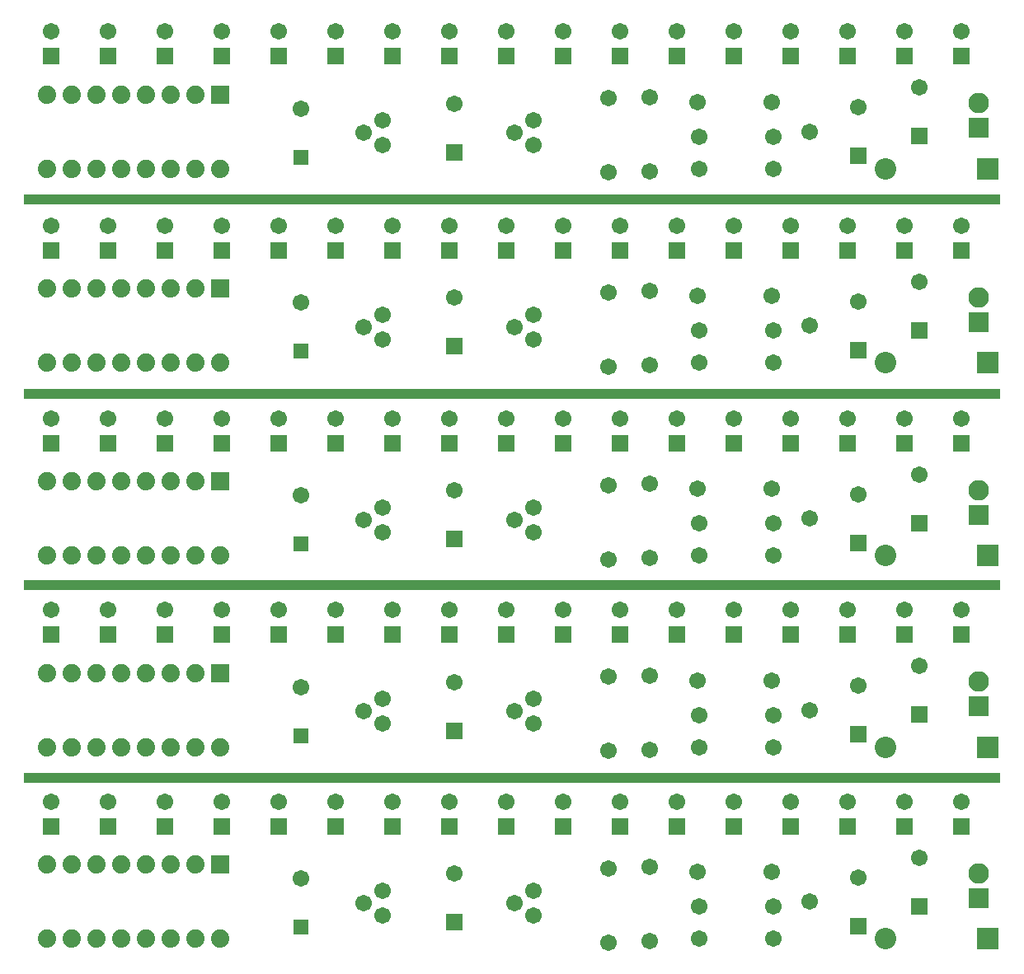
<source format=gbs>
G04 Layer_Color=16711935*
%FSLAX25Y25*%
%MOIN*%
G70*
G01*
G75*
%ADD33R,3.94501X0.03950*%
%ADD34C,0.06706*%
%ADD35R,0.06737X0.06737*%
%ADD36C,0.06737*%
%ADD37R,0.06115X0.06115*%
%ADD38R,0.06706X0.06706*%
%ADD39R,0.08674X0.08674*%
%ADD40C,0.08674*%
%ADD41R,0.07887X0.07887*%
%ADD42C,0.08280*%
%ADD43R,0.07400X0.07400*%
%ADD44C,0.07400*%
D33*
X200500Y312000D02*
D03*
Y233500D02*
D03*
Y156000D02*
D03*
Y78000D02*
D03*
D34*
X209000Y32500D02*
D03*
X201500Y27500D02*
D03*
X209000Y22500D02*
D03*
X148000Y32500D02*
D03*
X140500Y27500D02*
D03*
X148000Y22500D02*
D03*
X115000Y37343D02*
D03*
X177000Y39343D02*
D03*
X256000Y42000D02*
D03*
Y12000D02*
D03*
X239500Y11500D02*
D03*
Y41500D02*
D03*
X276000Y26000D02*
D03*
X306000D02*
D03*
Y13000D02*
D03*
X276000D02*
D03*
X365000Y45843D02*
D03*
X305500Y40000D02*
D03*
X275500D02*
D03*
X382000Y68500D02*
D03*
X359000D02*
D03*
X336000D02*
D03*
X313000D02*
D03*
X290000D02*
D03*
X267000D02*
D03*
X244000D02*
D03*
X221000D02*
D03*
X198000D02*
D03*
X175000D02*
D03*
X152000D02*
D03*
X129000D02*
D03*
X106000D02*
D03*
X83000D02*
D03*
X60000D02*
D03*
X37000D02*
D03*
X14000D02*
D03*
X306000Y168000D02*
D03*
X276000D02*
D03*
X14000Y223500D02*
D03*
X177000Y194343D02*
D03*
X115000Y192343D02*
D03*
X37000Y223500D02*
D03*
X60000D02*
D03*
X83000D02*
D03*
X106000D02*
D03*
X129000D02*
D03*
X152000D02*
D03*
X175000D02*
D03*
X198000D02*
D03*
X221000D02*
D03*
X244000D02*
D03*
X267000D02*
D03*
X290000D02*
D03*
X313000D02*
D03*
X336000D02*
D03*
X359000D02*
D03*
X276000Y181000D02*
D03*
X306000D02*
D03*
X382000Y223500D02*
D03*
X305500Y195000D02*
D03*
X275500D02*
D03*
X256000Y197000D02*
D03*
Y167000D02*
D03*
X239500Y166500D02*
D03*
Y196500D02*
D03*
X365000Y200843D02*
D03*
X148000Y187500D02*
D03*
X140500Y182500D02*
D03*
X148000Y177500D02*
D03*
X209000Y187500D02*
D03*
X201500Y182500D02*
D03*
X209000Y177500D02*
D03*
X306000Y90500D02*
D03*
X276000D02*
D03*
X14000Y146000D02*
D03*
X177000Y116843D02*
D03*
X115000Y114843D02*
D03*
X37000Y146000D02*
D03*
X60000D02*
D03*
X83000D02*
D03*
X106000D02*
D03*
X129000D02*
D03*
X152000D02*
D03*
X175000D02*
D03*
X198000D02*
D03*
X221000D02*
D03*
X244000D02*
D03*
X267000D02*
D03*
X290000D02*
D03*
X313000D02*
D03*
X336000D02*
D03*
X359000D02*
D03*
X276000Y103500D02*
D03*
X306000D02*
D03*
X382000Y146000D02*
D03*
X305500Y117500D02*
D03*
X275500D02*
D03*
X256000Y119500D02*
D03*
Y89500D02*
D03*
X239500Y89000D02*
D03*
Y119000D02*
D03*
X365000Y123343D02*
D03*
X148000Y110000D02*
D03*
X140500Y105000D02*
D03*
X148000Y100000D02*
D03*
X209000Y110000D02*
D03*
X201500Y105000D02*
D03*
X209000Y100000D02*
D03*
X306000Y246000D02*
D03*
X276000D02*
D03*
X14000Y301500D02*
D03*
X177000Y272343D02*
D03*
X115000Y270343D02*
D03*
X37000Y301500D02*
D03*
X60000D02*
D03*
X83000D02*
D03*
X106000D02*
D03*
X129000D02*
D03*
X152000D02*
D03*
X175000D02*
D03*
X198000D02*
D03*
X221000D02*
D03*
X244000D02*
D03*
X267000D02*
D03*
X290000D02*
D03*
X313000D02*
D03*
X336000D02*
D03*
X359000D02*
D03*
X276000Y259000D02*
D03*
X306000D02*
D03*
X382000Y301500D02*
D03*
X305500Y273000D02*
D03*
X275500D02*
D03*
X256000Y275000D02*
D03*
Y245000D02*
D03*
X239500Y244500D02*
D03*
Y274500D02*
D03*
X365000Y278843D02*
D03*
X148000Y265500D02*
D03*
X140500Y260500D02*
D03*
X148000Y255500D02*
D03*
X209000Y265500D02*
D03*
X201500Y260500D02*
D03*
X209000Y255500D02*
D03*
X306000Y324500D02*
D03*
X276000D02*
D03*
X14000Y380000D02*
D03*
X177000Y350843D02*
D03*
X115000Y348843D02*
D03*
X37000Y380000D02*
D03*
X60000D02*
D03*
X83000D02*
D03*
X106000D02*
D03*
X129000D02*
D03*
X152000D02*
D03*
X175000D02*
D03*
X198000D02*
D03*
X221000D02*
D03*
X244000D02*
D03*
X267000D02*
D03*
X290000D02*
D03*
X313000D02*
D03*
X336000D02*
D03*
X359000D02*
D03*
X276000Y337500D02*
D03*
X306000D02*
D03*
X382000Y380000D02*
D03*
X305500Y351500D02*
D03*
X275500D02*
D03*
X256000Y353500D02*
D03*
Y323500D02*
D03*
X239500Y323000D02*
D03*
Y353000D02*
D03*
X365000Y357343D02*
D03*
X148000Y344000D02*
D03*
X140500Y339000D02*
D03*
X148000Y334000D02*
D03*
X209000Y344000D02*
D03*
X201500Y339000D02*
D03*
X209000Y334000D02*
D03*
D35*
X340343Y18157D02*
D03*
Y173157D02*
D03*
Y95657D02*
D03*
Y251157D02*
D03*
Y329657D02*
D03*
D36*
X320657Y28000D02*
D03*
X340343Y37843D02*
D03*
X320657Y183000D02*
D03*
X340343Y192843D02*
D03*
X320657Y105500D02*
D03*
X340343Y115343D02*
D03*
X320657Y261000D02*
D03*
X340343Y270843D02*
D03*
X320657Y339500D02*
D03*
X340343Y349343D02*
D03*
D37*
X115000Y17657D02*
D03*
Y172657D02*
D03*
Y95157D02*
D03*
Y250657D02*
D03*
Y329157D02*
D03*
D38*
X177000Y19657D02*
D03*
X365000Y26157D02*
D03*
X382000Y58500D02*
D03*
X359000D02*
D03*
X336000D02*
D03*
X313000D02*
D03*
X290000D02*
D03*
X267000D02*
D03*
X244000D02*
D03*
X221000D02*
D03*
X198000D02*
D03*
X175000D02*
D03*
X152000D02*
D03*
X129000D02*
D03*
X106000D02*
D03*
X83000D02*
D03*
X60000D02*
D03*
X37000D02*
D03*
X14000D02*
D03*
Y213500D02*
D03*
X177000Y174657D02*
D03*
X37000Y213500D02*
D03*
X60000D02*
D03*
X83000D02*
D03*
X106000D02*
D03*
X129000D02*
D03*
X152000D02*
D03*
X175000D02*
D03*
X198000D02*
D03*
X221000D02*
D03*
X244000D02*
D03*
X267000D02*
D03*
X290000D02*
D03*
X313000D02*
D03*
X336000D02*
D03*
X359000D02*
D03*
X382000D02*
D03*
X365000Y181157D02*
D03*
X14000Y136000D02*
D03*
X177000Y97157D02*
D03*
X37000Y136000D02*
D03*
X60000D02*
D03*
X83000D02*
D03*
X106000D02*
D03*
X129000D02*
D03*
X152000D02*
D03*
X175000D02*
D03*
X198000D02*
D03*
X221000D02*
D03*
X244000D02*
D03*
X267000D02*
D03*
X290000D02*
D03*
X313000D02*
D03*
X336000D02*
D03*
X359000D02*
D03*
X382000D02*
D03*
X365000Y103657D02*
D03*
X14000Y291500D02*
D03*
X177000Y252657D02*
D03*
X37000Y291500D02*
D03*
X60000D02*
D03*
X83000D02*
D03*
X106000D02*
D03*
X129000D02*
D03*
X152000D02*
D03*
X175000D02*
D03*
X198000D02*
D03*
X221000D02*
D03*
X244000D02*
D03*
X267000D02*
D03*
X290000D02*
D03*
X313000D02*
D03*
X336000D02*
D03*
X359000D02*
D03*
X382000D02*
D03*
X365000Y259157D02*
D03*
X14000Y370000D02*
D03*
X177000Y331157D02*
D03*
X37000Y370000D02*
D03*
X60000D02*
D03*
X83000D02*
D03*
X106000D02*
D03*
X129000D02*
D03*
X152000D02*
D03*
X175000D02*
D03*
X198000D02*
D03*
X221000D02*
D03*
X244000D02*
D03*
X267000D02*
D03*
X290000D02*
D03*
X313000D02*
D03*
X336000D02*
D03*
X359000D02*
D03*
X382000D02*
D03*
X365000Y337657D02*
D03*
D39*
X392591Y13000D02*
D03*
Y168000D02*
D03*
Y90500D02*
D03*
Y246000D02*
D03*
Y324500D02*
D03*
D40*
X351409Y13000D02*
D03*
Y168000D02*
D03*
Y90500D02*
D03*
Y246000D02*
D03*
Y324500D02*
D03*
D41*
X389000Y29500D02*
D03*
Y184500D02*
D03*
Y107000D02*
D03*
Y262500D02*
D03*
Y341000D02*
D03*
D42*
Y39500D02*
D03*
Y194500D02*
D03*
Y117000D02*
D03*
Y272500D02*
D03*
Y351000D02*
D03*
D43*
X82500Y43000D02*
D03*
Y198000D02*
D03*
Y120500D02*
D03*
Y276000D02*
D03*
Y354500D02*
D03*
D44*
X72500Y43000D02*
D03*
X62500D02*
D03*
X52500D02*
D03*
X42500D02*
D03*
X32500D02*
D03*
X22500D02*
D03*
X12500D02*
D03*
Y13000D02*
D03*
X22500D02*
D03*
X32500D02*
D03*
X42500D02*
D03*
X52500D02*
D03*
X62500D02*
D03*
X72500D02*
D03*
X82500D02*
D03*
X72500Y198000D02*
D03*
X62500D02*
D03*
X52500D02*
D03*
X42500D02*
D03*
X32500D02*
D03*
X22500D02*
D03*
X12500D02*
D03*
Y168000D02*
D03*
X22500D02*
D03*
X32500D02*
D03*
X42500D02*
D03*
X52500D02*
D03*
X62500D02*
D03*
X72500D02*
D03*
X82500D02*
D03*
X72500Y120500D02*
D03*
X62500D02*
D03*
X52500D02*
D03*
X42500D02*
D03*
X32500D02*
D03*
X22500D02*
D03*
X12500D02*
D03*
Y90500D02*
D03*
X22500D02*
D03*
X32500D02*
D03*
X42500D02*
D03*
X52500D02*
D03*
X62500D02*
D03*
X72500D02*
D03*
X82500D02*
D03*
X72500Y276000D02*
D03*
X62500D02*
D03*
X52500D02*
D03*
X42500D02*
D03*
X32500D02*
D03*
X22500D02*
D03*
X12500D02*
D03*
Y246000D02*
D03*
X22500D02*
D03*
X32500D02*
D03*
X42500D02*
D03*
X52500D02*
D03*
X62500D02*
D03*
X72500D02*
D03*
X82500D02*
D03*
X72500Y354500D02*
D03*
X62500D02*
D03*
X52500D02*
D03*
X42500D02*
D03*
X32500D02*
D03*
X22500D02*
D03*
X12500D02*
D03*
Y324500D02*
D03*
X22500D02*
D03*
X32500D02*
D03*
X42500D02*
D03*
X52500D02*
D03*
X62500D02*
D03*
X72500D02*
D03*
X82500D02*
D03*
M02*

</source>
